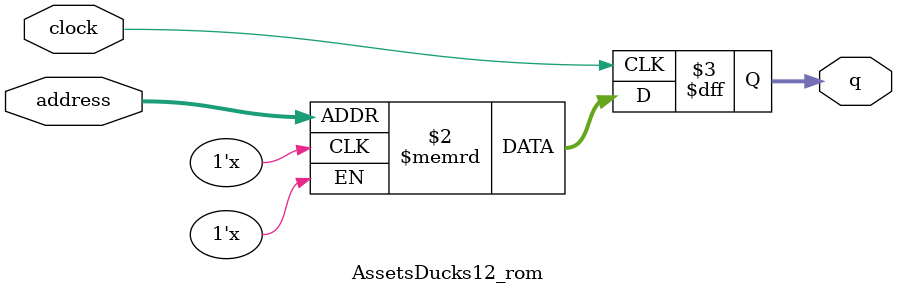
<source format=sv>
module AssetsDucks12_rom (
	input logic clock,
	input logic [11:0] address,
	output logic [3:0] q
);

logic [3:0] memory [0:4095] /* synthesis ram_init_file = "./AssetsDucks12/AssetsDucks12.mif" */;

always_ff @ (posedge clock) begin
	q <= memory[address];
end

endmodule

</source>
